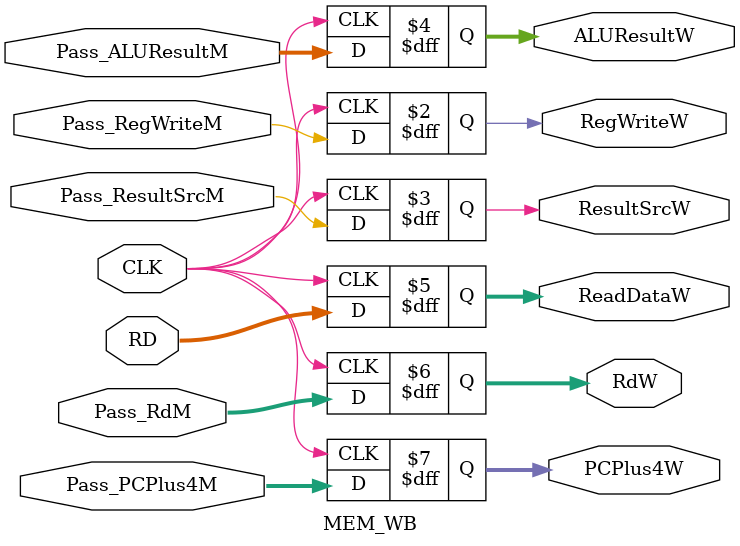
<source format=v>
module MEM_WB(
    input wire CLK,
    input wire Pass_RegWriteM,
    input wire Pass_ResultSrcM,
    input wire [31:0] Pass_ALUResultM,
    input wire [31:0] RD,
    input wire [4:0] Pass_RdM,
    input wire [31:0] Pass_PCPlus4M,
    output reg RegWriteW,
    output reg ResultSrcW,
    output reg [31:0] ALUResultW,
    output reg [31:0] ReadDataW,
    output reg [4:0] RdW,
    output reg [31:0] PCPlus4W
);

    always @(posedge CLK) begin
        RegWriteW <= Pass_RegWriteM;
        ResultSrcW <= Pass_ResultSrcM;
        ALUResultW <= Pass_ALUResultM;
        ReadDataW <= RD;
        RdW <= Pass_RdM;
        PCPlus4W <= Pass_PCPlus4M;
    end

endmodule
</source>
